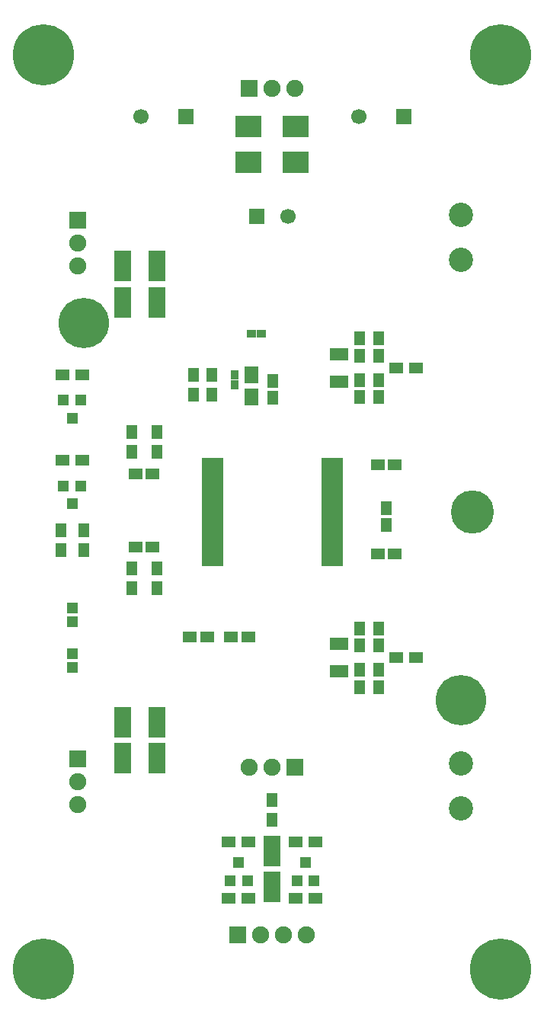
<source format=gbr>
G04 #@! TF.FileFunction,Soldermask,Top*
%FSLAX46Y46*%
G04 Gerber Fmt 4.6, Leading zero omitted, Abs format (unit mm)*
G04 Created by KiCad (PCBNEW 4.0.5) date 07/16/18 17:30:08*
%MOMM*%
%LPD*%
G01*
G04 APERTURE LIST*
%ADD10C,0.100000*%
%ADD11C,5.600000*%
%ADD12C,6.800000*%
%ADD13R,2.900000X2.400000*%
%ADD14C,1.700000*%
%ADD15R,1.700000X1.700000*%
%ADD16R,1.900000X3.400000*%
%ADD17R,1.600000X1.150000*%
%ADD18R,1.150000X1.600000*%
%ADD19R,1.600000X1.300000*%
%ADD20R,1.300000X1.600000*%
%ADD21R,1.000000X0.900000*%
%ADD22R,1.650000X1.900000*%
%ADD23R,0.900000X1.000000*%
%ADD24R,1.200000X1.200000*%
%ADD25R,1.900000X1.900000*%
%ADD26C,1.900000*%
%ADD27C,2.700000*%
%ADD28O,1.900000X1.900000*%
%ADD29R,1.197560X1.197560*%
%ADD30R,1.200000X1.300000*%
%ADD31R,2.000000X1.400000*%
%ADD32C,4.800000*%
%ADD33R,2.400000X1.000000*%
G04 APERTURE END LIST*
D10*
D11*
X120015000Y-104775000D03*
X78105000Y-62865000D03*
D12*
X124460000Y-33020000D03*
X73660000Y-33020000D03*
X73660000Y-134620000D03*
X124460000Y-134620000D03*
D13*
X96460000Y-45000000D03*
X96460000Y-41000000D03*
X101660000Y-41000000D03*
X101660000Y-45000000D03*
D14*
X100860000Y-51000000D03*
D15*
X97360000Y-51000000D03*
D16*
X86260000Y-111218980D03*
X86260000Y-107221020D03*
X82460000Y-111218980D03*
X82460000Y-107221020D03*
X82460000Y-56521020D03*
X82460000Y-60518980D03*
X86260000Y-56521020D03*
X86260000Y-60518980D03*
X99060000Y-125498980D03*
X99060000Y-121501020D03*
D17*
X91810000Y-97720000D03*
X89910000Y-97720000D03*
X94510000Y-97720000D03*
X96410000Y-97720000D03*
D18*
X99160000Y-71170000D03*
X99160000Y-69270000D03*
X108760000Y-96770000D03*
X108760000Y-98670000D03*
D17*
X112710000Y-88520000D03*
X110810000Y-88520000D03*
X112710000Y-78574900D03*
X110810000Y-78574900D03*
D18*
X108760000Y-71070000D03*
X108760000Y-69170000D03*
X108760000Y-103270000D03*
X108760000Y-101370000D03*
X111760000Y-83370000D03*
X111760000Y-85270000D03*
X108760000Y-64570000D03*
X108760000Y-66470000D03*
X110910000Y-98670000D03*
X110910000Y-96770000D03*
X110910000Y-101370000D03*
X110910000Y-103270000D03*
X110910000Y-69170000D03*
X110910000Y-71070000D03*
X110910000Y-66470000D03*
X110910000Y-64570000D03*
D19*
X94260000Y-126720000D03*
X96460000Y-126720000D03*
D20*
X99060000Y-118020000D03*
X99060000Y-115820000D03*
D19*
X96460000Y-120520000D03*
X94260000Y-120520000D03*
X101660000Y-126720000D03*
X103860000Y-126720000D03*
X103860000Y-120520000D03*
X101660000Y-120520000D03*
D21*
X97832000Y-64008000D03*
X96732000Y-64008000D03*
D22*
X96760000Y-68570000D03*
X96760000Y-71070000D03*
D20*
X90360000Y-68620000D03*
X90360000Y-70820000D03*
X92360000Y-68620000D03*
X92360000Y-70820000D03*
D23*
X94860000Y-68570000D03*
X94860000Y-69670000D03*
D19*
X115060000Y-100020000D03*
X112860000Y-100020000D03*
X115060000Y-67820000D03*
X112860000Y-67820000D03*
D24*
X94410000Y-124820000D03*
X96310000Y-124820000D03*
X95360000Y-122820000D03*
X101810000Y-124820000D03*
X103710000Y-124820000D03*
X102760000Y-122820000D03*
D25*
X77470000Y-111250000D03*
D26*
X77470000Y-113790000D03*
X77470000Y-116330000D03*
D25*
X77470000Y-51435000D03*
D26*
X77470000Y-53975000D03*
X77470000Y-56515000D03*
D25*
X96520000Y-36770000D03*
D26*
X99060000Y-36770000D03*
X101600000Y-36770000D03*
D27*
X120015000Y-116800000D03*
X120015000Y-111800000D03*
X120015000Y-55840000D03*
X120015000Y-50840000D03*
D25*
X101600000Y-112220000D03*
D26*
X99060000Y-112220000D03*
X96520000Y-112220000D03*
D25*
X95250000Y-130820000D03*
D28*
X97790000Y-130820000D03*
X100330000Y-130820000D03*
X102870000Y-130820000D03*
D17*
X85786000Y-87757000D03*
X83886000Y-87757000D03*
X83886000Y-79629000D03*
X85786000Y-79629000D03*
D29*
X76835000Y-99580700D03*
X76835000Y-101079300D03*
X76835000Y-94500700D03*
X76835000Y-95999300D03*
D30*
X77785000Y-80915000D03*
X75885000Y-80915000D03*
X76835000Y-82915000D03*
X77785000Y-71390000D03*
X75885000Y-71390000D03*
X76835000Y-73390000D03*
D20*
X86233000Y-92286000D03*
X86233000Y-90086000D03*
X83439000Y-92286000D03*
X83439000Y-90086000D03*
X83439000Y-74973000D03*
X83439000Y-77173000D03*
X86233000Y-74973000D03*
X86233000Y-77173000D03*
D19*
X75735000Y-78105000D03*
X77935000Y-78105000D03*
D20*
X78105000Y-85895000D03*
X78105000Y-88095000D03*
D19*
X75735000Y-68580000D03*
X77935000Y-68580000D03*
D20*
X75565000Y-85895000D03*
X75565000Y-88095000D03*
D15*
X113660000Y-39920000D03*
D14*
X108660000Y-39920000D03*
D15*
X89460000Y-39920000D03*
D14*
X84460000Y-39920000D03*
D31*
X106476800Y-98520000D03*
X106476800Y-101520000D03*
X106476800Y-69330700D03*
X106476800Y-66330700D03*
D32*
X121285000Y-83820000D03*
D33*
X92410000Y-89320000D03*
X92410000Y-88320000D03*
X92410000Y-87320000D03*
X92410000Y-86320000D03*
X92410000Y-85320000D03*
X92410000Y-84320000D03*
X92410000Y-83320000D03*
X92410000Y-82320000D03*
X92410000Y-81320000D03*
X92410000Y-80320000D03*
X92410000Y-79320000D03*
X92410000Y-78320000D03*
X105710000Y-89320000D03*
X105710000Y-88320000D03*
X105710000Y-87320000D03*
X105710000Y-86320000D03*
X105710000Y-85320000D03*
X105710000Y-84320000D03*
X105710000Y-83320000D03*
X105710000Y-82320000D03*
X105710000Y-81320000D03*
X105710000Y-80320000D03*
X105710000Y-79320000D03*
X105710000Y-78320000D03*
M02*

</source>
